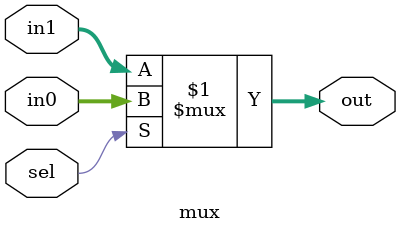
<source format=v>
module mux (
	input [1:0] in0 , in1 ,
	input sel ,
	output [1:0] out
);

	assign out = sel ? in0 : in1 ;
	
endmodule

</source>
